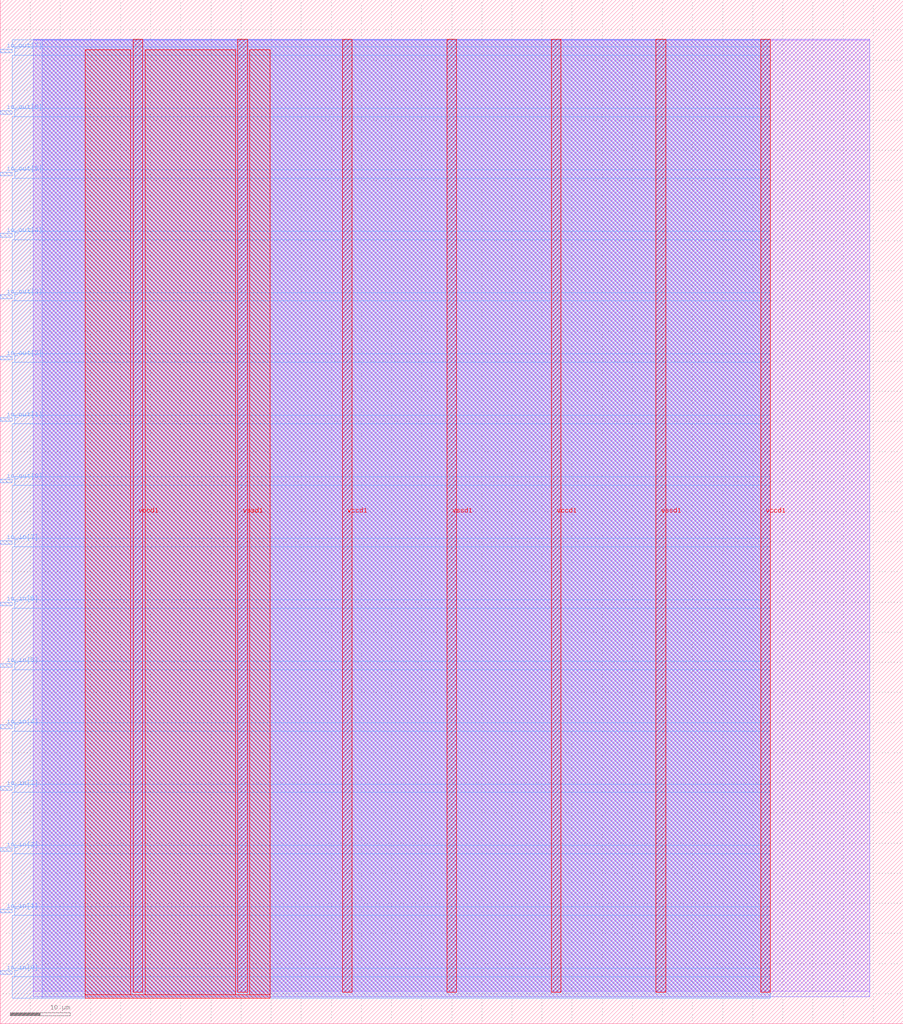
<source format=lef>
VERSION 5.7 ;
  NOWIREEXTENSIONATPIN ON ;
  DIVIDERCHAR "/" ;
  BUSBITCHARS "[]" ;
MACRO phasenoisepon_seven_segment_seconds
  CLASS BLOCK ;
  FOREIGN phasenoisepon_seven_segment_seconds ;
  ORIGIN 0.000 0.000 ;
  SIZE 150.000 BY 170.000 ;
  PIN io_in[0]
    DIRECTION INPUT ;
    USE SIGNAL ;
    PORT
      LAYER met3 ;
        RECT 0.000 8.200 2.000 8.800 ;
    END
  END io_in[0]
  PIN io_in[1]
    DIRECTION INPUT ;
    USE SIGNAL ;
    PORT
      LAYER met3 ;
        RECT 0.000 18.400 2.000 19.000 ;
    END
  END io_in[1]
  PIN io_in[2]
    DIRECTION INPUT ;
    USE SIGNAL ;
    PORT
      LAYER met3 ;
        RECT 0.000 28.600 2.000 29.200 ;
    END
  END io_in[2]
  PIN io_in[3]
    DIRECTION INPUT ;
    USE SIGNAL ;
    PORT
      LAYER met3 ;
        RECT 0.000 38.800 2.000 39.400 ;
    END
  END io_in[3]
  PIN io_in[4]
    DIRECTION INPUT ;
    USE SIGNAL ;
    PORT
      LAYER met3 ;
        RECT 0.000 49.000 2.000 49.600 ;
    END
  END io_in[4]
  PIN io_in[5]
    DIRECTION INPUT ;
    USE SIGNAL ;
    PORT
      LAYER met3 ;
        RECT 0.000 59.200 2.000 59.800 ;
    END
  END io_in[5]
  PIN io_in[6]
    DIRECTION INPUT ;
    USE SIGNAL ;
    PORT
      LAYER met3 ;
        RECT 0.000 69.400 2.000 70.000 ;
    END
  END io_in[6]
  PIN io_in[7]
    DIRECTION INPUT ;
    USE SIGNAL ;
    PORT
      LAYER met3 ;
        RECT 0.000 79.600 2.000 80.200 ;
    END
  END io_in[7]
  PIN io_out[0]
    DIRECTION OUTPUT TRISTATE ;
    USE SIGNAL ;
    PORT
      LAYER met3 ;
        RECT 0.000 89.800 2.000 90.400 ;
    END
  END io_out[0]
  PIN io_out[1]
    DIRECTION OUTPUT TRISTATE ;
    USE SIGNAL ;
    PORT
      LAYER met3 ;
        RECT 0.000 100.000 2.000 100.600 ;
    END
  END io_out[1]
  PIN io_out[2]
    DIRECTION OUTPUT TRISTATE ;
    USE SIGNAL ;
    PORT
      LAYER met3 ;
        RECT 0.000 110.200 2.000 110.800 ;
    END
  END io_out[2]
  PIN io_out[3]
    DIRECTION OUTPUT TRISTATE ;
    USE SIGNAL ;
    PORT
      LAYER met3 ;
        RECT 0.000 120.400 2.000 121.000 ;
    END
  END io_out[3]
  PIN io_out[4]
    DIRECTION OUTPUT TRISTATE ;
    USE SIGNAL ;
    PORT
      LAYER met3 ;
        RECT 0.000 130.600 2.000 131.200 ;
    END
  END io_out[4]
  PIN io_out[5]
    DIRECTION OUTPUT TRISTATE ;
    USE SIGNAL ;
    PORT
      LAYER met3 ;
        RECT 0.000 140.800 2.000 141.400 ;
    END
  END io_out[5]
  PIN io_out[6]
    DIRECTION OUTPUT TRISTATE ;
    USE SIGNAL ;
    PORT
      LAYER met3 ;
        RECT 0.000 151.000 2.000 151.600 ;
    END
  END io_out[6]
  PIN io_out[7]
    DIRECTION OUTPUT TRISTATE ;
    USE SIGNAL ;
    PORT
      LAYER met3 ;
        RECT 0.000 161.200 2.000 161.800 ;
    END
  END io_out[7]
  PIN vccd1
    DIRECTION INOUT ;
    USE POWER ;
    PORT
      LAYER met4 ;
        RECT 22.090 5.200 23.690 163.440 ;
    END
    PORT
      LAYER met4 ;
        RECT 56.830 5.200 58.430 163.440 ;
    END
    PORT
      LAYER met4 ;
        RECT 91.570 5.200 93.170 163.440 ;
    END
    PORT
      LAYER met4 ;
        RECT 126.310 5.200 127.910 163.440 ;
    END
  END vccd1
  PIN vssd1
    DIRECTION INOUT ;
    USE GROUND ;
    PORT
      LAYER met4 ;
        RECT 39.460 5.200 41.060 163.440 ;
    END
    PORT
      LAYER met4 ;
        RECT 74.200 5.200 75.800 163.440 ;
    END
    PORT
      LAYER met4 ;
        RECT 108.940 5.200 110.540 163.440 ;
    END
  END vssd1
  OBS
      LAYER li1 ;
        RECT 5.520 5.355 144.440 163.285 ;
      LAYER met1 ;
        RECT 5.520 4.460 144.440 163.440 ;
      LAYER met2 ;
        RECT 6.990 4.235 127.880 163.385 ;
      LAYER met3 ;
        RECT 2.000 162.200 127.900 163.365 ;
        RECT 2.400 160.800 127.900 162.200 ;
        RECT 2.000 152.000 127.900 160.800 ;
        RECT 2.400 150.600 127.900 152.000 ;
        RECT 2.000 141.800 127.900 150.600 ;
        RECT 2.400 140.400 127.900 141.800 ;
        RECT 2.000 131.600 127.900 140.400 ;
        RECT 2.400 130.200 127.900 131.600 ;
        RECT 2.000 121.400 127.900 130.200 ;
        RECT 2.400 120.000 127.900 121.400 ;
        RECT 2.000 111.200 127.900 120.000 ;
        RECT 2.400 109.800 127.900 111.200 ;
        RECT 2.000 101.000 127.900 109.800 ;
        RECT 2.400 99.600 127.900 101.000 ;
        RECT 2.000 90.800 127.900 99.600 ;
        RECT 2.400 89.400 127.900 90.800 ;
        RECT 2.000 80.600 127.900 89.400 ;
        RECT 2.400 79.200 127.900 80.600 ;
        RECT 2.000 70.400 127.900 79.200 ;
        RECT 2.400 69.000 127.900 70.400 ;
        RECT 2.000 60.200 127.900 69.000 ;
        RECT 2.400 58.800 127.900 60.200 ;
        RECT 2.000 50.000 127.900 58.800 ;
        RECT 2.400 48.600 127.900 50.000 ;
        RECT 2.000 39.800 127.900 48.600 ;
        RECT 2.400 38.400 127.900 39.800 ;
        RECT 2.000 29.600 127.900 38.400 ;
        RECT 2.400 28.200 127.900 29.600 ;
        RECT 2.000 19.400 127.900 28.200 ;
        RECT 2.400 18.000 127.900 19.400 ;
        RECT 2.000 9.200 127.900 18.000 ;
        RECT 2.400 7.800 127.900 9.200 ;
        RECT 2.000 4.255 127.900 7.800 ;
      LAYER met4 ;
        RECT 14.095 4.800 21.690 161.665 ;
        RECT 24.090 4.800 39.060 161.665 ;
        RECT 41.460 4.800 44.785 161.665 ;
        RECT 14.095 4.255 44.785 4.800 ;
  END
END phasenoisepon_seven_segment_seconds
END LIBRARY


</source>
